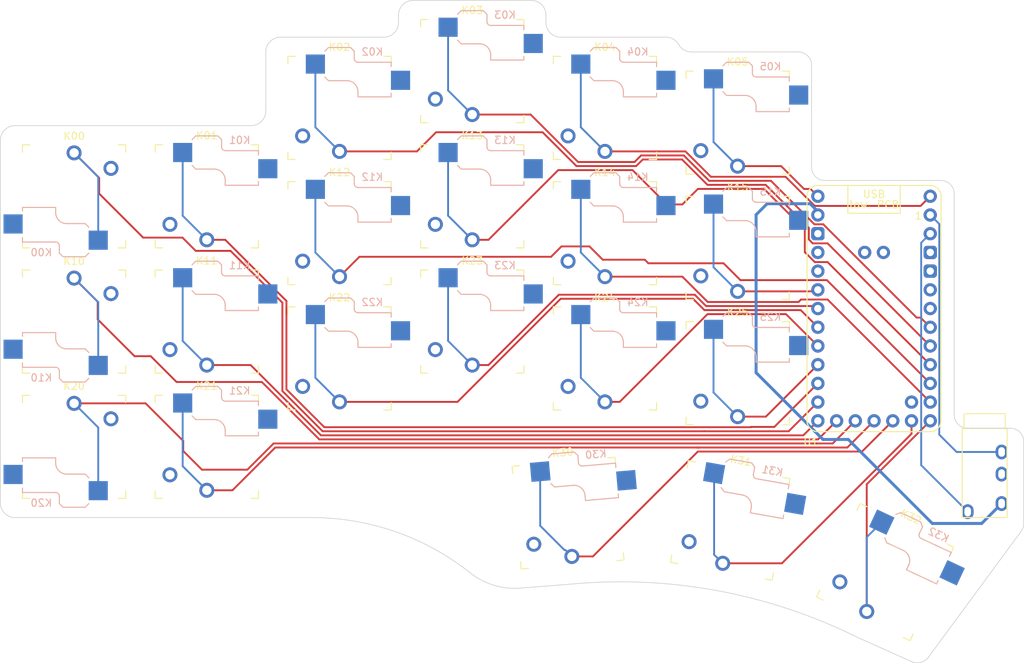
<source format=kicad_pcb>
(kicad_pcb (version 20240108) (generator "pcbnew") (generator_version "8.0")
  (title_block (rev "rev1.0"))
  (layers (0 "F.Cu" signal) (31 "B.Cu" signal) (34 "B.Paste" user) (35 "F.Paste" user) (36 "B.SilkS" user "B.Silkscreen") (37 "F.SilkS" user "F.Silkscreen") (38 "B.Mask" user) (39 "F.Mask" user) (44 "Edge.Cuts" user))
  (net 0 "")
  (net 1 "GND")
  (net 2 "/k00")
  (net 3 "/k01")
  (net 4 "/k02")
  (net 5 "/k03")
  (net 6 "/k04")
  (net 7 "/k05")
  (net 8 "/k10")
  (net 9 "/k11")
  (net 10 "/k12")
  (net 11 "/k13")
  (net 12 "/k14")
  (net 13 "/k15")
  (net 14 "/k20")
  (net 15 "/k21")
  (net 16 "/k22")
  (net 17 "/k23")
  (net 18 "/k24")
  (net 19 "/k25")
  (net 20 "/k30")
  (net 21 "/k31")
  (net 22 "/k32")
  (net 23 "rx")
  (net 24 "tx")
  (net 25 "VCC")
  (footprint "keyswitches:Kailh_socket_PG1350_optional" (layer "F.Cu") (at 164 94)
    (property "Reference" "K25")
    (property "Value" "KEYSW")
  )
  (footprint "PCM_marbastlib-xp-promicroish:Helios_AH_USBdn" (layer "F.Cu") (at 182.5 86.5)
    (property "Reference" "U1")
    (property "Value" "Helios")
  )
  (footprint "keyswitches:Kailh_socket_PG1350_optional" (layer "F.Cu") (at 146 92)
    (property "Reference" "K24")
    (property "Value" "KEYSW")
  )
  (footprint "keyswitches:Kailh_socket_PG1350_optional" (layer "F.Cu") (at 92 104)
    (property "Reference" "K21")
    (property "Value" "KEYSW")
  )
  (footprint "keyswitches:Kailh_socket_PG1350_optional" (layer "F.Cu") (at 110 58)
    (property "Reference" "K02")
    (property "Value" "KEYSW")
  )
  (footprint "beekeeb_lib:MountingHole_2.2mm_M2-8mm" (layer "F.Cu") (at 103.2 107.6)
    (property "Reference" "H4" (hide yes))
    (property "Value" "MountingHole")
  )
  (footprint "keyswitches:Kailh_socket_PG1350_optional" (layer "F.Cu") (at 74 87 180)
    (property "Reference" "K10")
    (property "Value" "KEYSW")
  )
  (footprint "keyswitches:Kailh_socket_PG1350_optional" (layer "F.Cu") (at 146 58)
    (property "Reference" "K04")
    (property "Value" "KEYSW")
  )
  (footprint "keyswitches:Kailh_socket_PG1350_optional" (layer "F.Cu") (at 110 75)
    (property "Reference" "K12")
    (property "Value" "KEYSW")
  )
  (footprint "beekeeb_lib:MountingHole_2.2mm_M2-8mm" (layer "F.Cu") (at 155.4 68)
    (property "Reference" "H2" (hide yes))
    (property "Value" "MountingHole")
  )
  (footprint "keyswitches:Kailh_socket_PG1350_optional" (layer "F.Cu") (at 141 113 5)
    (property "Reference" "K30")
    (property "Value" "KEYSW")
  )
  (footprint "beekeeb_lib:MountingHole_2.2mm_M2-8mm" (layer "F.Cu") (at 83 95.5)
    (property "Reference" "H4" (hide yes))
    (property "Value" "MountingHole")
  )
  (footprint "keyswitches:Kailh_socket_PG1350_optional" (layer "F.Cu") (at 92 70)
    (property "Reference" "K01")
    (property "Value" "KEYSW")
  )
  (footprint "keyswitches:Kailh_socket_PG1350_optional" (layer "F.Cu") (at 146 75)
    (property "Reference" "K14")
    (property "Value" "KEYSW")
  )
  (footprint "keyswitches:Kailh_socket_PG1350_optional" (layer "F.Cu") (at 128 87)
    (property "Reference" "K23")
    (property "Value" "KEYSW")
  )
  (footprint "keyswitches:Kailh_socket_PG1350_optional" (layer "F.Cu") (at 128 53)
    (property "Reference" "K03")
    (property "Value" "KEYSW")
  )
  (footprint "beekeeb_lib:MountingHole_2.2mm_M2-8mm" (layer "F.Cu") (at 83 78.5)
    (property "Reference" "H4" (hide yes))
    (property "Value" "MountingHole")
  )
  (footprint "beekeeb_lib:MountingHole_2.2mm_M2-8mm" (layer "F.Cu") (at 119.4 61)
    (property "Reference" "H1" (hide yes))
    (property "Value" "MountingHole")
  )
  (footprint "keyswitches:Kailh_socket_PG1350_optional" (layer "F.Cu") (at 110 92)
    (property "Reference" "K22")
    (property "Value" "KEYSW")
  )
  (footprint "Keebio-Parts:TRRS-PJ-320A" (layer "F.Cu") (at 197.5 101.5)
    (property "Reference" "J1" (hide yes))
    (property "Value" "TRRS")
  )
  (footprint "keyswitches:Kailh_socket_PG1350_optional" (layer "F.Cu") (at 164 77)
    (property "Reference" "K15")
    (property "Value" "KEYSW")
  )
  (footprint "beekeeb_lib:MountingHole_2.2mm_M2-8mm" (layer "F.Cu") (at 176.8 107.6)
    (property "Reference" "H3" (hide yes))
    (property "Value" "MountingHole")
  )
  (footprint "beekeeb_lib:MountingHole_2.2mm_M2-8mm" (layer "F.Cu") (at 101 78.5)
    (property "Reference" "H1" (hide yes))
    (property "Value" "MountingHole")
  )
  (footprint "keyswitches:Kailh_socket_PG1350_optional" (layer "F.Cu") (at 184 121 -25)
    (property "Reference" "K32")
    (property "Value" "KEYSW")
  )
  (footprint "keyswitches:Kailh_socket_PG1350_optional" (layer "F.Cu") (at 92 87)
    (property "Reference" "K11")
    (property "Value" "KEYSW")
  )
  (footprint "keyswitches:Kailh_socket_PG1350_optional" (layer "F.Cu") (at 164 60)
    (property "Reference" "K05")
    (property "Value" "KEYSW")
  )
  (footprint "keyswitches:Kailh_socket_PG1350_optional" (layer "F.Cu") (at 74 104 180)
    (property "Reference" "K20")
    (property "Value" "KEYSW")
  )
  (footprint "keyswitches:Kailh_socket_PG1350_optional" (layer "F.Cu") (at 128 70)
    (property "Reference" "K13")
    (property "Value" "KEYSW")
  )
  (footprint "keyswitches:Kailh_socket_PG1350_optional" (layer "F.Cu") (at 74 70 180)
    (property "Reference" "K00")
    (property "Value" "KEYSW")
  )
  (footprint "keyswitches:Kailh_socket_PG1350_optional" (layer "F.Cu") (at 163 114 -10)
    (property "Reference" "K31")
    (property "Value" "KEYSW")
  )
  (gr_arc (start 175.825 67.85) (mid 174.552208 67.322792) (end 174.025 66.05) (stroke (width 0.1)) (layer "Edge.Cuts"))
  (gr_line (start 98 60.4) (end 83.6 60.4) (stroke (width 0.1)) (layer "Edge.Cuts"))
  (gr_arc (start 100 50.4) (mid 100.585786 48.985786) (end 102 48.4) (stroke (width 0.1)) (layer "Edge.Cuts"))
  (gr_line (start 83.6 113.6) (end 106.5 113.6) (stroke (width 0.1)) (layer "Edge.Cuts"))
  (gr_line (start 189.949999 132.449999) (end 202.434044 115.487896) (stroke (width 0.1)) (layer "Edge.Cuts"))
  (gr_arc (start 134.5 123.175) (mid 130.930967 122.788889) (end 127.75 121.125) (stroke (width 0.1)) (layer "Edge.Cuts"))
  (gr_arc (start 118 45.4) (mid 118.585786 43.985786) (end 120 43.4) (stroke (width 0.1)) (layer "Edge.Cuts"))
  (gr_line (start 172.225001 50.399999) (end 157.750002 50.399998) (stroke (width 0.1)) (layer "Edge.Cuts"))
  (gr_line (start 174.025 66.05) (end 174.025001 52.199999) (stroke (width 0.1)) (layer "Edge.Cuts"))
  (gr_line (start 118 45.4) (end 118 46.4) (stroke (width 0.1)) (layer "Edge.Cuts"))
  (gr_line (start 138 46.4) (end 138 45.4) (stroke (width 0.1)) (layer "Edge.Cuts"))
  (gr_arc (start 195.174792 101.475208) (mid 193.902 100.948) (end 193.374792 99.675208) (stroke (width 0.1)) (layer "Edge.Cuts"))
  (gr_arc (start 202.8 114.4) (mid 202.70606 114.973899) (end 202.434044 115.487896) (stroke (width 0.1)) (layer "Edge.Cuts"))
  (gr_line (start 100 50.4) (end 100 58.4) (stroke (width 0.1)) (layer "Edge.Cuts"))
  (gr_arc (start 191.575001 67.849999) (mid 192.847793 68.377207) (end 193.375001 69.649999) (stroke (width 0.1)) (layer "Edge.Cuts"))
  (gr_line (start 83.6 60.4) (end 66 60.4) (stroke (width 0.1)) (layer "Edge.Cuts"))
  (gr_line (start 66 113.6) (end 83.6 113.6) (stroke (width 0.1)) (layer "Edge.Cuts"))
  (gr_arc (start 136 43.4) (mid 137.414214 43.985786) (end 138 45.4) (stroke (width 0.1)) (layer "Edge.Cuts"))
  (gr_arc (start 118 46.4) (mid 117.414214 47.814214) (end 116 48.4) (stroke (width 0.1)) (layer "Edge.Cuts"))
  (gr_arc (start 201.000001 101.474999) (mid 202.272793 102.002207) (end 202.800001 103.274999) (stroke (width 0.1)) (layer "Edge.Cuts"))
  (gr_arc (start 66 113.6) (mid 64.585786 113.014214) (end 64 111.6) (stroke (width 0.1)) (layer "Edge.Cuts"))
  (gr_line (start 202.8 114.4) (end 202.8 113.2) (stroke (width 0.1)) (layer "Edge.Cuts"))
  (gr_line (start 141.8 122.600001) (end 134.5 123.175) (stroke (width 0.1)) (layer "Edge.Cuts"))
  (gr_line (start 180.129399 129.8) (end 187.513868 133.121447) (stroke (width 0.1)) (layer "Edge.Cuts"))
  (gr_arc (start 140 48.4) (mid 138.585786 47.814214) (end 138 46.4) (stroke (width 0.1)) (layer "Edge.Cuts"))
  (gr_arc (start 157.750002 50.399998) (mid 156.742216 50.132373) (end 156 49.4) (stroke (width 0.1)) (layer "Edge.Cuts"))
  (gr_line (start 64 62.4) (end 64 111.6) (stroke (width 0.1)) (layer "Edge.Cuts"))
  (gr_line (start 201.000001 101.474999) (end 195.174792 101.475208) (stroke (width 0.1)) (layer "Edge.Cuts"))
  (gr_arc (start 172.225001 50.399999) (mid 173.497793 50.927207) (end 174.025001 52.199999) (stroke (width 0.1)) (layer "Edge.Cuts"))
  (gr_line (start 191.575001 67.849999) (end 175.825 67.85) (stroke (width 0.1)) (layer "Edge.Cuts"))
  (gr_line (start 136 43.4) (end 120 43.4) (stroke (width 0.1)) (layer "Edge.Cuts"))
  (gr_arc (start 64 62.4) (mid 64.585786 60.985786) (end 66 60.4) (stroke (width 0.1)) (layer "Edge.Cuts"))
  (gr_arc (start 106.5 113.600001) (mid 117.756229 115.57996) (end 127.75 121.125) (stroke (width 0.1)) (layer "Edge.Cuts"))
  (gr_line (start 116 48.4) (end 102 48.4) (stroke (width 0.1)) (layer "Edge.Cuts"))
  (gr_arc (start 154.3 48.4) (mid 155.286154 48.668538) (end 156 49.4) (stroke (width 0.1)) (layer "Edge.Cuts"))
  (gr_line (start 202.8 113.2) (end 202.800001 103.274999) (stroke (width 0.1)) (layer "Edge.Cuts"))
  (gr_arc (start 100 58.4) (mid 99.414214 59.814214) (end 98 60.4) (stroke (width 0.1)) (layer "Edge.Cuts"))
  (gr_line (start 193.374792 99.677208) (end 193.375001 69.649999) (stroke (width 0.1)) (layer "Edge.Cuts"))
  (gr_arc (start 189.949999 132.449999) (mid 188.858511 133.244969) (end 187.513868 133.121447) (stroke (width 0.1)) (layer "Edge.Cuts"))
  (gr_line (start 154.3 48.4) (end 140 48.4) (stroke (width 0.1)) (layer "Edge.Cuts"))
  (gr_arc (start 141.8 122.600001) (mid 161.459797 123.564333) (end 180.129399 129.8) (stroke (width 0.1)) (layer "Edge.Cuts"))
  (segment (start 159.5 101.891) (end 107.713182 101.891) (width 0.25) (layer "F.Cu") (net 2))
  (segment (start 95.222182 77.4) (end 90.5 77.4) (width 0.25) (layer "F.Cu") (net 2))
  (segment (start 159.5 101.891) (end 170.919 101.891) (width 0.25) (layer "F.Cu") (net 2))
  (segment (start 77.4 67.5) (end 74 64.1) (width 0.25) (layer "F.Cu") (net 2))
  (segment (start 102.25 96.427818) (end 102.25 84.427818) (width 0.25) (layer "F.Cu") (net 2))
  (segment (start 159.413182 101.891) (end 159.5 101.891) (width 0.25) (layer "F.Cu") (net 2))
  (segment (start 77.4 69.633684) (end 77.4 67.5) (width 0.25) (layer "F.Cu") (net 2))
  (segment (start 90.5 77.4) (end 88.7 75.6) (width 0.25) (layer "F.Cu") (net 2))
  (segment (start 107.713182 101.891) (end 102.25 96.427818) (width 0.25) (layer "F.Cu") (net 2))
  (segment (start 102.25 84.427818) (end 95.222182 77.4) (width 0.25) (layer "F.Cu") (net 2))
  (segment (start 83.366316 75.6) (end 77.4 69.633684) (width 0.25) (layer "F.Cu") (net 2))
  (segment (start 88.7 75.6) (end 83.366316 75.6) (width 0.25) (layer "F.Cu") (net 2))
  (segment (start 170.919 101.891) (end 174.88 97.93) (width 0.25) (layer "F.Cu") (net 2))
  (segment (start 77.275 67.375) (end 77.275 75.95) (width 0.25) (layer "B.Cu") (net 2))
  (segment (start 74 64.1) (end 77.275 67.375) (width 0.25) (layer "B.Cu") (net 2))
  (segment (start 107.941 101.341) (end 102.8 96.2) (width 0.25) (layer "F.Cu") (net 3))
  (segment (start 165.759 101.341) (end 107.941 101.341) (width 0.25) (layer "F.Cu") (net 3))
  (segment (start 94.5 75.9) (end 92 75.9) (width 0.25) (layer "F.Cu") (net 3))
  (segment (start 102.8 96.2) (end 102.8 84.2) (width 0.25) (layer "F.Cu") (net 3))
  (segment (start 102.8 84.2) (end 94.5 75.9) (width 0.25) (layer "F.Cu") (net 3))
  (segment (start 174.88 95.39) (end 168.97 101.3) (width 0.25) (layer "F.Cu") (net 3))
  (segment (start 165.8 101.3) (end 165.759 101.341) (width 0.25) (layer "F.Cu") (net 3))
  (segment (start 168.97 101.3) (end 165.8 101.3) (width 0.25) (layer "F.Cu") (net 3))
  (segment (start 88.725 64.05) (end 88.725 72.625) (width 0.25) (layer "B.Cu") (net 3))
  (segment (start 88.725 72.625) (end 92 75.9) (width 0.25) (layer "B.Cu") (net 3))
  (segment (start 173.655 75.848204) (end 174.191796 76.385) (width 0.25) (layer "F.Cu") (net 4))
  (segment (start 156.46506 65) (end 159.90606 68.441) (width 0.25) (layer "F.Cu") (net 4))
  (segment (start 142.133878 65.891) (end 150.236818 65.891) (width 0.25) (layer "F.Cu") (net 4))
  (segment (start 150.236818 65.891) (end 151.127818 65) (width 0.25) (layer "F.Cu") (net 4))
  (segment (start 123.1 61.3) (end 137.542878 61.3) (width 0.25) (layer "F.Cu") (net 4))
  (segment (start 137.542878 61.3) (end 142.133878 65.891) (width 0.25) (layer "F.Cu") (net 4))
  (segment (start 167.804204 68.441) (end 173.655 74.291796) (width 0.25) (layer "F.Cu") (net 4))
  (segment (start 120.5 63.9) (end 123.1 61.3) (width 0.25) (layer "F.Cu") (net 4))
  (segment (start 174.191796 76.385) (end 176.195 76.385) (width 0.25) (layer "F.Cu") (net 4))
  (segment (start 151.127818 65) (end 156.46506 65) (width 0.25) (layer "F.Cu") (net 4))
  (segment (start 110 63.9) (end 120.5 63.9) (width 0.25) (layer "F.Cu") (net 4))
  (segment (start 173.655 74.291796) (end 173.655 75.848204) (width 0.25) (layer "F.Cu") (net 4))
  (segment (start 159.90606 68.441) (end 167.804204 68.441) (width 0.25) (layer "F.Cu") (net 4))
  (segment (start 176.195 76.385) (end 190.12 90.31) (width 0.25) (layer "F.Cu") (net 4))
  (segment (start 106.725 60.625) (end 110 63.9) (width 0.25) (layer "B.Cu") (net 4))
  (segment (start 106.725 52.05) (end 106.725 60.625) (width 0.25) (layer "B.Cu") (net 4))
  (segment (start 160.133878 67.891) (end 168.508588 67.891) (width 0.25) (layer "F.Cu") (net 5))
  (segment (start 150.009 65.341) (end 150.9 64.45) (width 0.25) (layer "F.Cu") (net 5))
  (segment (start 175.613204 73.8) (end 188.268204 86.455) (width 0.25) (layer "F.Cu") (net 5))
  (segment (start 188.805 86.455) (end 190.12 87.77) (width 0.25) (layer "F.Cu") (net 5))
  (segment (start 128 58.9) (end 135.920696 58.9) (width 0.25) (layer "F.Cu") (net 5))
  (segment (start 168.508588 67.891) (end 174.417588 73.8) (width 0.25) (layer "F.Cu") (net 5))
  (segment (start 150.9 64.45) (end 156.692878 64.45) (width 0.25) (layer "F.Cu") (net 5))
  (segment (start 135.920696 58.9) (end 142.361696 65.341) (width 0.25) (layer "F.Cu") (net 5))
  (segment (start 142.361696 65.341) (end 150.009 65.341) (width 0.25) (layer "F.Cu") (net 5))
  (segment (start 174.417588 73.8) (end 175.613204 73.8) (width 0.25) (layer "F.Cu") (net 5))
  (segment (start 188.268204 86.455) (end 188.805 86.455) (width 0.25) (layer "F.Cu") (net 5))
  (segment (start 156.692878 64.45) (end 160.133878 67.891) (width 0.25) (layer "F.Cu") (net 5))
  (segment (start 124.725 47.05) (end 124.725 55.625) (width 0.25) (layer "B.Cu") (net 5))
  (segment (start 124.725 55.625) (end 128 58.9) (width 0.25) (layer "B.Cu") (net 5))
  (segment (start 188.81 71.3) (end 190.12 69.99) (width 0.25) (layer "F.Cu") (net 6))
  (segment (start 174.457588 71.3) (end 188.81 71.3) (width 0.25) (layer "F.Cu") (net 6))
  (segment (start 170.498588 67.341) (end 174.457588 71.3) (width 0.25) (layer "F.Cu") (net 6))
  (segment (start 160.361696 67.341) (end 170.498588 67.341) (width 0.25) (layer "F.Cu") (net 6))
  (segment (start 146 63.9) (end 156.920696 63.9) (width 0.25) (layer "F.Cu") (net 6))
  (segment (start 156.920696 63.9) (end 160.361696 67.341) (width 0.25) (layer "F.Cu") (net 6))
  (segment (start 142.725 52.05) (end 142.725 60.625) (width 0.25) (layer "B.Cu") (net 6))
  (segment (start 142.725 60.625) (end 146 63.9) (width 0.25) (layer "B.Cu") (net 6))
  (segment (start 173.89 69) (end 173 69) (width 0.25) (layer "F.Cu") (net 7))
  (segment (start 169.9 65.9) (end 164 65.9) (width 0.25) (layer "F.Cu") (net 7))
  (segment (start 173 69) (end 169.9 65.9) (width 0.25) (layer "F.Cu") (net 7))
  (segment (start 174.88 69.99) (end 173.89 69) (width 0.25) (layer "F.Cu") (net 7))
  (segment (start 160.725 54.05) (end 160.725 62.625) (width 0.25) (layer "B.Cu") (net 7))
  (segment (start 160.725 62.625) (end 164 65.9) (width 0.25) (layer "B.Cu") (net 7))
  (segment (start 82.2 91.7) (end 84.4 91.7) (width 0.25) (layer "F.Cu") (net 8))
  (segment (start 87.9 95.2) (end 99.466546 95.2) (width 0.25) (layer "F.Cu") (net 8))
  (segment (start 107.257546 102.991) (end 174.899 102.991) (width 0.25) (layer "F.Cu") (net 8))
  (segment (start 84.4 91.7) (end 87.9 95.2) (width 0.25) (layer "F.Cu") (net 8))
  (segment (start 99.466546 95.2) (end 107.257546 102.991) (width 0.25) (layer "F.Cu") (net 8))
  (segment (start 77.2 86.7) (end 82.2 91.7) (width 0.25) (layer "F.Cu") (net 8))
  (segment (start 77.2 84.3) (end 77.2 86.7) (width 0.25) (layer "F.Cu") (net 8))
  (segment (start 174.899 102.991) (end 177.42 100.47) (width 0.25) (layer "F.Cu") (net 8))
  (segment (start 74 81.1) (end 77.2 84.3) (width 0.25) (layer "F.Cu") (net 8))
  (segment (start 77.275 84.375) (end 74 81.1) (width 0.25) (layer "B.Cu") (net 8))
  (segment (start 77.275 92.95) (end 77.275 84.375) (width 0.25) (layer "B.Cu") (net 8))
  (segment (start 174.88 100.47) (end 172.909 102.441) (width 0.25) (layer "F.Cu") (net 9))
  (segment (start 107.485364 102.441) (end 97.944364 92.9) (width 0.25) (layer "F.Cu") (net 9))
  (segment (start 97.944364 92.9) (end 92 92.9) (width 0.25) (layer "F.Cu") (net 9))
  (segment (start 172.909 102.441) (end 107.485364 102.441) (width 0.25) (layer "F.Cu") (net 9))
  (segment (start 88.725 81.05) (end 88.725 89.625) (width 0.25) (layer "B.Cu") (net 9))
  (segment (start 88.725 89.625) (end 92 92.9) (width 0.25) (layer "B.Cu") (net 9))
  (segment (start 138.7 78.2) (end 140.1 76.8) (width 0.25) (layer "F.Cu") (net 10))
  (segment (start 143.9 76.8) (end 145.7 78.6) (width 0.25) (layer "F.Cu") (net 10))
  (segment (start 176.105 81.375) (end 190.12 95.39) (width 0.25) (layer "F.Cu") (net 10))
  (segment (start 151.8895 79.0895) (end 162.0895 79.0895) (width 0.25) (layer "F.Cu") (net 10))
  (segment (start 140.1 76.8) (end 143.9 76.8) (width 0.25) (layer "F.Cu") (net 10))
  (segment (start 151.4 78.6) (end 151.8895 79.0895) (width 0.25) (layer "F.Cu") (net 10))
  (segment (start 110 80.9) (end 112.7 78.2) (width 0.25) (layer "F.Cu") (net 10))
  (segment (start 112.7 78.2) (end 138.7 78.2) (width 0.25) (layer "F.Cu") (net 10))
  (segment (start 145.7 78.6) (end 151.4 78.6) (width 0.25) (layer "F.Cu") (net 10))
  (segment (start 162.0895 79.0895) (end 164.375 81.375) (width 0.25) (layer "F.Cu") (net 10))
  (segment (start 164.375 81.375) (end 176.105 81.375) (width 0.25) (layer "F.Cu") (net 10))
  (segment (start 106.725 77.625) (end 110 80.9) (width 0.25) (layer "B.Cu") (net 10))
  (segment (start 106.725 69.05) (end 106.725 77.625) (width 0.25) (layer "B.Cu") (net 10))
  (segment (start 173.105 74.519614) (end 173.105 77.567412) (width 0.25) (layer "F.Cu") (net 11))
  (segment (start 154.4 71.1) (end 156.5 71.1) (width 0.25) (layer "F.Cu") (net 11))
  (segment (start 139.659 66.441) (end 149.741 66.441) (width 0.25) (layer "F.Cu") (net 11))
  (segment (start 176.195 78.925) (end 190.12 92.85) (width 0.25) (layer "F.Cu") (net 11))
  (segment (start 158.609 68.991) (end 167.576386 68.991) (width 0.25) (layer "F.Cu") (net 11))
  (segment (start 174.462588 78.925) (end 176.195 78.925) (width 0.25) (layer "F.Cu") (net 11))
  (segment (start 173.105 77.567412) (end 174.462588 78.925) (width 0.25) (layer "F.Cu") (net 11))
  (segment (start 156.5 71.1) (end 158.609 68.991) (width 0.25) (layer "F.Cu") (net 11))
  (segment (start 130.2 75.9) (end 139.659 66.441) (width 0.25) (layer "F.Cu") (net 11))
  (segment (start 149.741 66.441) (end 154.4 71.1) (width 0.25) (layer "F.Cu") (net 11))
  (segment (start 128 75.9) (end 130.2 75.9) (width 0.25) (layer "F.Cu") (net 11))
  (segment (start 167.576386 68.991) (end 173.105 74.519614) (width 0.25) (layer "F.Cu") (net 11))
  (segment (start 124.725 64.05) (end 124.725 72.625) (width 0.25) (layer "B.Cu") (net 11))
  (segment (start 124.725 72.625) (end 128 75.9) (width 0.25) (layer "B.Cu") (net 11))
  (segment (start 159.941 84.341) (end 172.258588 84.341) (width 0.25) (layer "F.Cu") (net 12))
  (segment (start 172.594588 84.005) (end 176.195 84.005) (width 0.25) (layer "F.Cu") (net 12))
  (segment (start 176.195 84.005) (end 190.12 97.93) (width 0.25) (layer "F.Cu") (net 12))
  (segment (start 172.258588 84.341) (end 172.594588 84.005) (width 0.25) (layer "F.Cu") (net 12))
  (segment (start 146 80.9) (end 156.5 80.9) (width 0.25) (layer "F.Cu") (net 12))
  (segment (start 156.5 80.9) (end 159.941 84.341) (width 0.25) (layer "F.Cu") (net 12))
  (segment (start 142.725 77.625) (end 146 80.9) (width 0.25) (layer "B.Cu") (net 12))
  (segment (start 142.725 69.05) (end 142.725 77.625) (width 0.25) (layer "B.Cu") (net 12))
  (segment (start 164 82.9) (end 174.67 82.9) (width 0.25) (layer "F.Cu") (net 13))
  (segment (start 174.67 82.9) (end 174.88 82.69) (width 0.25) (layer "F.Cu") (net 13))
  (segment (start 160.725 79.625) (end 164 82.9) (width 0.25) (layer "B.Cu") (net 13))
  (segment (start 160.725 71.05) (end 160.725 79.625) (width 0.25) (layer "B.Cu") (net 13))
  (segment (start 179.96 100.47) (end 176.889 103.541) (width 0.25) (layer "F.Cu") (net 14))
  (segment (start 91.333684 107.1) (end 88.8 104.566316) (width 0.25) (layer "F.Cu") (net 14))
  (segment (start 97.5 107.1) (end 91.333684 107.1) (width 0.25) (layer "F.Cu") (net 14))
  (segment (start 101.059 103.541) (end 97.5 107.1) (width 0.25) (layer "F.Cu") (net 14))
  (segment (start 88.8 103.2) (end 83.7 98.1) (width 0.25) (layer "F.Cu") (net 14))
  (segment (start 88.8 104.566316) (end 88.8 103.2) (width 0.25) (layer "F.Cu") (net 14))
  (segment (start 176.889 103.541) (end 101.059 103.541) (width 0.25) (layer "F.Cu") (net 14))
  (segment (start 83.7 98.1) (end 74 98.1) (width 0.25) (layer "F.Cu") (net 14))
  (segment (start 77.275 101.375) (end 74 98.1) (width 0.25) (layer "B.Cu") (net 14))
  (segment (start 77.275 109.95) (end 77.275 101.375) (width 0.25) (layer "B.Cu") (net 14))
  (segment (start 158.7 104.091) (end 178.879 104.091) (width 0.25) (layer "F.Cu") (net 15))
  (segment (start 95.477818 109.9) (end 92 109.9) (width 0.25) (layer "F.Cu") (net 15))
  (segment (start 178.879 104.091) (end 182.5 100.47) (width 0.25) (layer "F.Cu") (net 15))
  (segment (start 158.50191 104.091) (end 158.7 104.091) (width 0.25) (layer "F.Cu") (net 15))
  (segment (start 158.7 104.091) (end 101.286818 104.091) (width 0.25) (layer "F.Cu") (net 15))
  (segment (start 101.286818 104.091) (end 95.477818 109.9) (width 0.25) (layer "F.Cu") (net 15))
  (segment (start 88.725 106.625) (end 92 109.9) (width 0.25) (layer "B.Cu") (net 15))
  (segment (start 88.725 98.05) (end 88.725 106.625) (width 0.25) (layer "B.Cu") (net 15))
  (segment (start 172.551 85.441) (end 174.88 87.77) (width 0.25) (layer "F.Cu") (net 16))
  (segment (start 110 97.9) (end 126 97.9) (width 0.25) (layer "F.Cu") (net 16))
  (segment (start 159.485364 85.441) (end 172.551 85.441) (width 0.25) (layer "F.Cu") (net 16))
  (segment (start 157.944364 83.9) (end 159.485364 85.441) (width 0.25) (layer "F.Cu") (net 16))
  (segment (start 126 97.9) (end 140 83.9) (width 0.25) (layer "F.Cu") (net 16))
  (segment (start 140 83.9) (end 157.944364 83.9) (width 0.25) (layer "F.Cu") (net 16))
  (segment (start 106.725 94.625) (end 110 97.9) (width 0.25) (layer "B.Cu") (net 16))
  (segment (start 106.725 86.05) (end 106.725 94.625) (width 0.25) (layer "B.Cu") (net 16))
  (segment (start 159.713182 84.891) (end 174.541 84.891) (width 0.25) (layer "F.Cu") (net 17))
  (segment (start 158.172182 83.35) (end 159.713182 84.891) (width 0.25) (layer "F.Cu") (net 17))
  (segment (start 139.75 83.35) (end 158.172182 83.35) (width 0.25) (layer "F.Cu") (net 17))
  (segment (start 174.541 84.891) (end 174.88 85.23) (width 0.25) (layer "F.Cu") (net 17))
  (segment (start 128 92.9) (end 130.2 92.9) (width 0.25) (layer "F.Cu") (net 17))
  (segment (start 130.2 92.9) (end 139.75 83.35) (width 0.25) (layer "F.Cu") (net 17))
  (segment (start 124.725 89.625) (end 128 92.9) (width 0.25) (layer "B.Cu") (net 17))
  (segment (start 124.725 81.05) (end 124.725 89.625) (width 0.25) (layer "B.Cu") (net 17))
  (segment (start 170.561 85.991) (end 174.88 90.31) (width 0.25) (layer "F.Cu") (net 18))
  (segment (start 146 97.9) (end 148 97.9) (width 0.25) (layer "F.Cu") (net 18))
  (segment (start 148 97.9) (end 159.909 85.991) (width 0.25) (layer "F.Cu") (net 18))
  (segment (start 159.909 85.991) (end 170.561 85.991) (width 0.25) (layer "F.Cu") (net 18))
  (segment (start 142.725 86.05) (end 142.725 94.625) (width 0.25) (layer "B.Cu") (net 18))
  (segment (start 142.725 94.625) (end 146 97.9) (width 0.25) (layer "B.Cu") (net 18))
  (segment (start 167.83 99.9) (end 174.88 92.85) (width 0.25) (layer "F.Cu") (net 19))
  (segment (start 164 99.9) (end 167.83 99.9) (width 0.25) (layer "F.Cu") (net 19))
  (segment (start 160.725 88.05) (end 160.725 96.625) (width 0.25) (layer "B.Cu") (net 19))
  (segment (start 160.725 96.625) (end 164 99.9) (width 0.25) (layer "B.Cu") (net 19))
  (segment (start 144.363451 118.877549) (end 141.514219 118.877549) (width 0.25) (layer "F.Cu") (net 20))
  (segment (start 180.869 104.641) (end 158.6 104.641) (width 0.25) (layer "F.Cu") (net 20))
  (segment (start 158.6 104.641) (end 144.363451 118.877549) (width 0.25) (layer "F.Cu") (net 20))
  (segment (start 185.04 100.47) (end 180.869 104.641) (width 0.25) (layer "F.Cu") (net 20))
  (segment (start 141.514219 118.877549) (end 140.63667 118) (width 0.25) (layer "B.Cu") (net 20))
  (segment (start 137.218886 114.718886) (end 137.218886 107.358077) (width 0.25) (layer "B.Cu") (net 20))
  (segment (start 140.5 118) (end 137.218886 114.718886) (width 0.25) (layer "B.Cu") (net 20))
  (segment (start 140.63667 118) (end 140.5 118) (width 0.25) (layer "B.Cu") (net 20))
  (segment (start 170.001816 119.810366) (end 187.58 102.232182) (width 0.25) (layer "F.Cu") (net 21))
  (segment (start 187.58 102.232182) (end 187.58 100.47) (width 0.25) (layer "F.Cu") (net 21))
  (segment (start 161.975476 119.810366) (end 170.001816 119.810366) (width 0.25) (layer "F.Cu") (net 21))
  (segment (start 161.975476 119.810366) (end 160.807961 118.642851) (width 0.25) (layer "B.Cu") (net 21))
  (segment (start 160.807961 118.642851) (end 160.807961 107.571696) (width 0.25) (layer "B.Cu") (net 21))
  (segment (start 181.506552 126.347216) (end 181.506552 109.083448) (width 0.25) (layer "F.Cu") (net 22))
  (segment (start 181.506552 109.083448) (end 190.12 100.47) (width 0.25) (layer "F.Cu") (net 22))
  (segment (start 181.506552 116.263263) (end 183.546421 114.223394) (width 0.25) (layer "B.Cu") (net 22))
  (segment (start 181.506552 126.347216) (end 181.506552 116.263263) (width 0.25) (layer "B.Cu") (net 22))
  (segment (start 188.895 76.295) (end 188.895 106.495) (width 0.25) (layer "B.Cu") (net 23))
  (segment (start 190.12 75.07) (end 188.895 76.295) (width 0.25) (layer "B.Cu") (net 23))
  (segment (start 188.895 106.495) (end 195.2 112.8) (width 0.25) (layer "B.Cu") (net 23))
  (segment (start 193.7 104.7) (end 199.8 104.7) (width 0.25) (layer "B.Cu") (net 24))
  (segment (start 191.345 73.755) (end 191.345 102.345) (width 0.25) (layer "B.Cu") (net 24))
  (segment (start 190.12 72.53) (end 191.345 73.755) (width 0.25) (layer "B.Cu") (net 24))
  (segment (start 191.345 102.345) (end 193.7 104.7) (width 0.25) (layer "B.Cu") (net 24))
  (segment (start 174.88 72.055) (end 174.88 72.53) (width 0.4) (layer "B.Cu") (net 25))
  (segment (start 179 103) (end 175.571522 103) (width 0.4) (layer "B.Cu") (net 25))
  (segment (start 175.571522 103) (end 166.5 93.928478) (width 0.4) (layer "B.Cu") (net 25))
  (segment (start 166.5 72.5) (end 168 71) (width 0.4) (layer "B.Cu") (net 25))
  (segment (start 199.8 111.7) (end 197.1 114.4) (width 0.4) (layer "B.Cu") (net 25))
  (segment (start 168 71) (end 173.825 71) (width 0.4) (layer "B.Cu") (net 25))
  (segment (start 190.4 114.4) (end 179 103) (width 0.4) (layer "B.Cu") (net 25))
  (segment (start 166.5 93.928478) (end 166.5 72.5) (width 0.4) (layer "B.Cu") (net 25))
  (segment (start 197.1 114.4) (end 190.4 114.4) (width 0.4) (layer "B.Cu") (net 25))
  (segment (start 173.825 71) (end 174.88 72.055) (width 0.4) (layer "B.Cu") (net 25))
)
</source>
